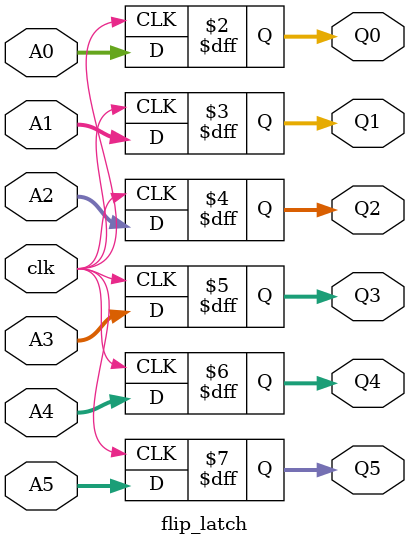
<source format=v>
module flip_latch(clk,A0,A1,A2,A3,A4,A5,Q0,Q1,Q2,Q3,Q4,Q5);

output [3:0] Q0,Q1,Q2,Q3,Q4,Q5;
input  clk;
input  [3:0] A0,A1,A2,A3,A4,A5;

reg [3:0] Q0,Q1,Q2,Q3,Q4,Q5;

always @(posedge clk)
begin
	Q0 <= A0;
	Q1 <= A1;
	Q2 <= A2;
	Q3 <= A3;
	Q4 <= A4;
	Q5 <= A5;
end
endmodule
</source>
